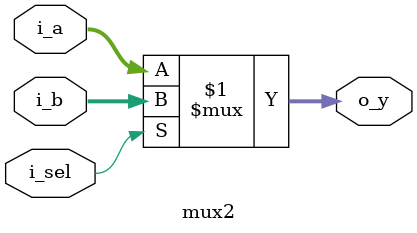
<source format=sv>
/**
    PBL3 - RISC-V Single Cycle Processor
    2-to-1 Multiplexer Module

    File name: mux2.sv

    Objective:
        Implement a parameterized 2-to-1 multiplexer for selecting between two data buses.
        Provides flexible data path routing throughout the processor.

        Parameterized width multiplexer with binary selection

    Specification:
        - Configurable data width via parameter
        - Pure combinational logic
        - Single-cycle operation
        - Zero-delay simulation model
        - Fully synthesizable

    Functional Diagram:

                       +-----------+
        i_a[W-1:0] --->|           |
        i_b[W-1:0] --->|   MUX2    |---> o_y[W-1:0]
        i_sel      --->|           |
                       +-----------+

    Parameters:
        P_WIDTH - Data bus width in bits (default = 32)

    Inputs:
        i_a[P_WIDTH-1:0] - First input bus
        i_b[P_WIDTH-1:0] - Second input bus
        i_sel            - Selection control:
                          * 0: selects i_a
                          * 1: selects i_b

    Outputs:
        o_y[P_WIDTH-1:0] - Selected output bus

    Timing Characteristics:
        - Combinational path: i_sel to o_y
        - No clock involved
        - Glitch-free operation when inputs change

    Operation:
        o_y = i_sel ? i_b : i_a;

    Typical Usage:
        - ALU operand selection
        - PC source selection
        - Result forwarding
        - General data path routing

    Simulation:
        - Timescale set to 1ns/1ps for precise simulation
        - Zero-delay model for combinational behavior
**/

//----------------------------------------------------------------------------- 
// Multiplexer 2x1 Module Module
//-----------------------------------------------------------------------------
`timescale 1ns / 1ps  // Simulation time unit: 1ns, precision: 1ps

module mux2 #(
    parameter P_WIDTH = 32  // Default data width is 32 bits
)(
    input  logic [P_WIDTH:0] i_a,   // First input
    input  logic [P_WIDTH:0] i_b,   // Second input
    input  logic               i_sel, // Selection signal
    output logic [P_WIDTH:0] o_y    // Output
);

    // Combinational logic
    assign o_y = i_sel ? i_b : i_a;  // Select i_b when i_sel=1, otherwise i_a

endmodule
</source>
